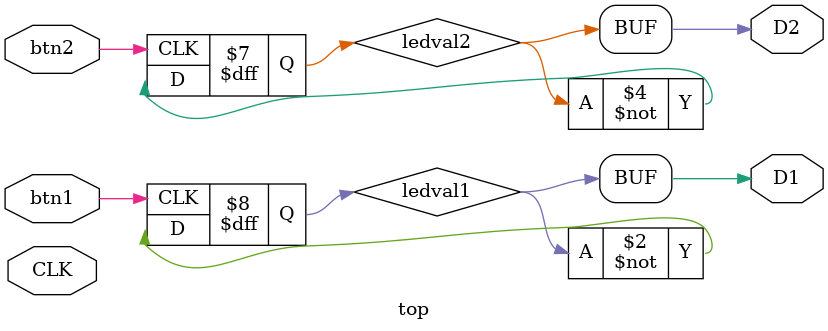
<source format=v>

  /* Top level module for button demo without debouncing and with no
   pull-up resistor (not a good way of doing things!)
   */
module top (
    // input hardware clock (12 MHz)
    CLK, 
    // LED
    D1,
    D2,
    // Keypad lines
    btn1,
    btn2,
    );

    /* Clock input */
    input CLK;

    /* LED outputs */
    output D1;
    output D2;

    /* Numpad I/O */
    input btn1;
    input btn2;

    /* LED register */
    reg ledval1 = 1'b0;
    reg ledval2 = 1'b0;

    /* LED Wiring */
    assign D1=ledval1;
    assign D2=ledval2;
    
    /* Toggle LED when button [1] pressed */
    always @ (negedge btn1) begin
        ledval1 = ~ledval1;
    end

    always @ (negedge btn2) begin
        ledval2 = ~ledval2;
    end

endmodule
</source>
